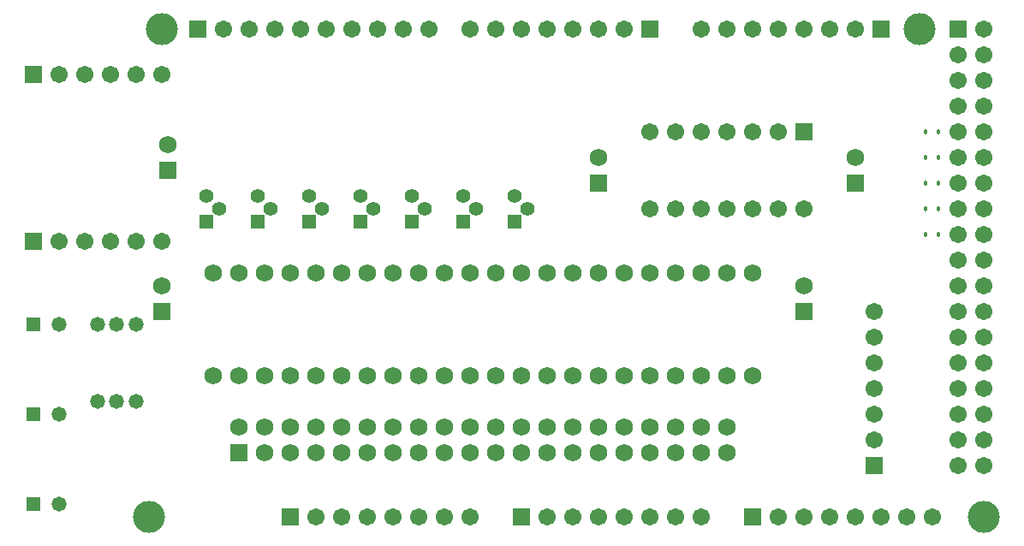
<source format=gbs>
G04 DipTrace 2.4.0.2*
%INBottomMask.gbr*%
%MOIN*%
%ADD30C,0.125*%
%ADD39C,0.018*%
%ADD41C,0.058*%
%ADD43C,0.068*%
%ADD45C,0.0552*%
%ADD49R,0.0552X0.0552*%
%ADD51C,0.0671*%
%ADD55R,0.0671X0.0671*%
%ADD57R,0.058X0.058*%
%ADD59C,0.058*%
%ADD61R,0.068X0.068*%
%ADD63C,0.068*%
%FSLAX44Y44*%
G04*
G70*
G90*
G75*
G01*
%LNBotMask*%
%LPD*%
D63*
X36937Y18937D3*
D61*
Y17937D3*
D63*
X26937Y18937D3*
D61*
Y17937D3*
D63*
X10187Y19437D3*
D61*
Y18437D3*
X9937Y12937D3*
D63*
Y13937D3*
D61*
X34937Y12937D3*
D63*
Y13937D3*
D59*
X5937Y5437D3*
D57*
X4937D3*
D59*
X5937Y8937D3*
D57*
X4937D3*
D59*
X5937Y12437D3*
D57*
X4937D3*
D63*
X31937Y7437D3*
X30937D3*
X29937D3*
X28937D3*
X27937D3*
X26937D3*
X25937D3*
X24937D3*
X23937D3*
X22937D3*
X21937D3*
X20937D3*
X19937D3*
X18937D3*
X17937D3*
X16937D3*
X15937D3*
X14937D3*
X13937D3*
D61*
X12937D3*
D63*
Y8437D3*
X13937D3*
X14937D3*
X15937D3*
X16937D3*
X17937D3*
X18937D3*
X19937D3*
X20937D3*
X21937D3*
X22937D3*
X23937D3*
X24937D3*
X25937D3*
X26937D3*
X27937D3*
X28937D3*
X29937D3*
X30937D3*
X31937D3*
D55*
X23937Y4937D3*
D51*
X24937D3*
X25937D3*
X26937D3*
X27937D3*
X28937D3*
X29937D3*
X30937D3*
D55*
X14937D3*
D51*
X15937D3*
X16937D3*
X17937D3*
X18937D3*
X19937D3*
X20937D3*
X21937D3*
D55*
X28937Y23937D3*
D51*
X27937D3*
X26937D3*
X25937D3*
X24937D3*
X23937D3*
X22937D3*
X21937D3*
D55*
X11337D3*
D51*
X12337D3*
X13337D3*
X14337D3*
X15337D3*
X16337D3*
X17337D3*
X18337D3*
X19337D3*
X20337D3*
D55*
X32937Y4937D3*
D51*
X33937D3*
X34937D3*
X35937D3*
X36937D3*
X37937D3*
X38937D3*
X39937D3*
D55*
X37937Y23937D3*
D51*
X36937D3*
X35937D3*
X34937D3*
X33937D3*
X32937D3*
X31937D3*
X30937D3*
D55*
X40937D3*
D51*
X41937D3*
X40937Y22937D3*
X41937D3*
X40937Y21937D3*
X41937D3*
X40937Y20937D3*
X41937D3*
X40937Y19937D3*
X41937D3*
X40937Y18937D3*
X41937D3*
X40937Y17937D3*
X41937D3*
X40937Y16937D3*
X41937D3*
X40937Y15937D3*
X41937D3*
X40937Y14937D3*
X41937D3*
X40937Y13937D3*
X41937D3*
X40937Y12937D3*
X41937D3*
X40937Y11937D3*
X41937D3*
X40937Y10937D3*
X41937D3*
X40937Y9937D3*
X41937D3*
X40937Y8937D3*
X41937D3*
X40937Y7937D3*
X41937D3*
X40937Y6937D3*
X41937D3*
D55*
X4937Y15687D3*
D51*
X5937D3*
X6937D3*
X7937D3*
X8937D3*
X9937D3*
D55*
X4937Y22187D3*
D51*
X5937D3*
X6937D3*
X7937D3*
X8937D3*
X9937D3*
D55*
X37687Y6937D3*
D51*
Y7937D3*
Y8937D3*
Y9937D3*
Y10937D3*
Y11937D3*
Y12937D3*
D49*
X21687Y16437D3*
D45*
X22187Y16937D3*
X21687Y17437D3*
D49*
X23687Y16437D3*
D45*
X24187Y16937D3*
X23687Y17437D3*
D49*
X19687Y16437D3*
D45*
X20187Y16937D3*
X19687Y17437D3*
D49*
X15687Y16437D3*
D45*
X16187Y16937D3*
X15687Y17437D3*
D49*
X17687Y16437D3*
D45*
X18187Y16937D3*
X17687Y17437D3*
D49*
X13687Y16437D3*
D45*
X14187Y16937D3*
X13687Y17437D3*
D49*
X11687Y16437D3*
D45*
X12187Y16937D3*
X11687Y17437D3*
D63*
X32937Y14437D3*
D43*
Y10437D3*
D63*
X31937Y14437D3*
D43*
Y10437D3*
D63*
X29937Y14437D3*
D43*
Y10437D3*
D63*
X30937Y14437D3*
D43*
Y10437D3*
D63*
X28937Y14437D3*
D43*
Y10437D3*
D63*
X27937Y14437D3*
D43*
Y10437D3*
D63*
X25937Y14437D3*
D43*
Y10437D3*
D63*
X26937Y14437D3*
D43*
Y10437D3*
D63*
X24937Y14437D3*
D43*
Y10437D3*
D63*
X21937Y14437D3*
D43*
Y10437D3*
D63*
X22937Y14437D3*
D43*
Y10437D3*
D63*
X20937Y14437D3*
D43*
Y10437D3*
D63*
X19937Y14437D3*
D43*
Y10437D3*
D63*
X17937Y14437D3*
D43*
Y10437D3*
D63*
X18937Y14437D3*
D43*
Y10437D3*
D63*
X16937Y14437D3*
D43*
Y10437D3*
D63*
X15937Y14437D3*
D43*
Y10437D3*
D63*
X13937Y14437D3*
D43*
Y10437D3*
D63*
X14937Y14437D3*
D43*
Y10437D3*
D63*
X12937Y14437D3*
D43*
Y10437D3*
D63*
X11937Y14437D3*
D43*
Y10437D3*
D63*
X23937Y14437D3*
D43*
Y10437D3*
D59*
X8937Y12437D3*
D41*
Y9437D3*
D59*
X8187Y12437D3*
D41*
Y9437D3*
D59*
X7437Y12437D3*
D41*
Y9437D3*
D55*
X34937Y19937D3*
D51*
X33937D3*
X32937D3*
X31937D3*
X30937D3*
X29937D3*
X28937D3*
Y16937D3*
X29937D3*
X30937D3*
X31937D3*
X32937D3*
X33937D3*
X34937D3*
D39*
X40187D3*
X39687D3*
Y18937D3*
X40187D3*
Y15937D3*
X39687D3*
X40187Y19937D3*
X39687D3*
X40187Y17937D3*
X39687D3*
D30*
X9437Y4937D3*
X9937Y23937D3*
X39437D3*
X41937Y4937D3*
M02*

</source>
